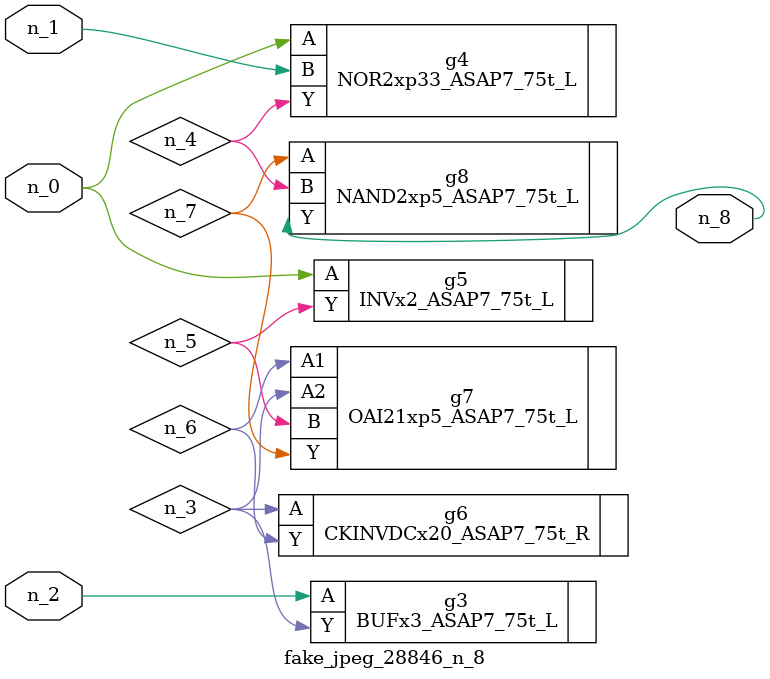
<source format=v>
module fake_jpeg_28846_n_8 (n_0, n_2, n_1, n_8);

input n_0;
input n_2;
input n_1;

output n_8;

wire n_3;
wire n_4;
wire n_6;
wire n_5;
wire n_7;

BUFx3_ASAP7_75t_L g3 ( 
.A(n_2),
.Y(n_3)
);

NOR2xp33_ASAP7_75t_L g4 ( 
.A(n_0),
.B(n_1),
.Y(n_4)
);

INVx2_ASAP7_75t_L g5 ( 
.A(n_0),
.Y(n_5)
);

CKINVDCx20_ASAP7_75t_R g6 ( 
.A(n_3),
.Y(n_6)
);

OAI21xp5_ASAP7_75t_L g7 ( 
.A1(n_6),
.A2(n_3),
.B(n_5),
.Y(n_7)
);

NAND2xp5_ASAP7_75t_L g8 ( 
.A(n_7),
.B(n_4),
.Y(n_8)
);


endmodule
</source>
